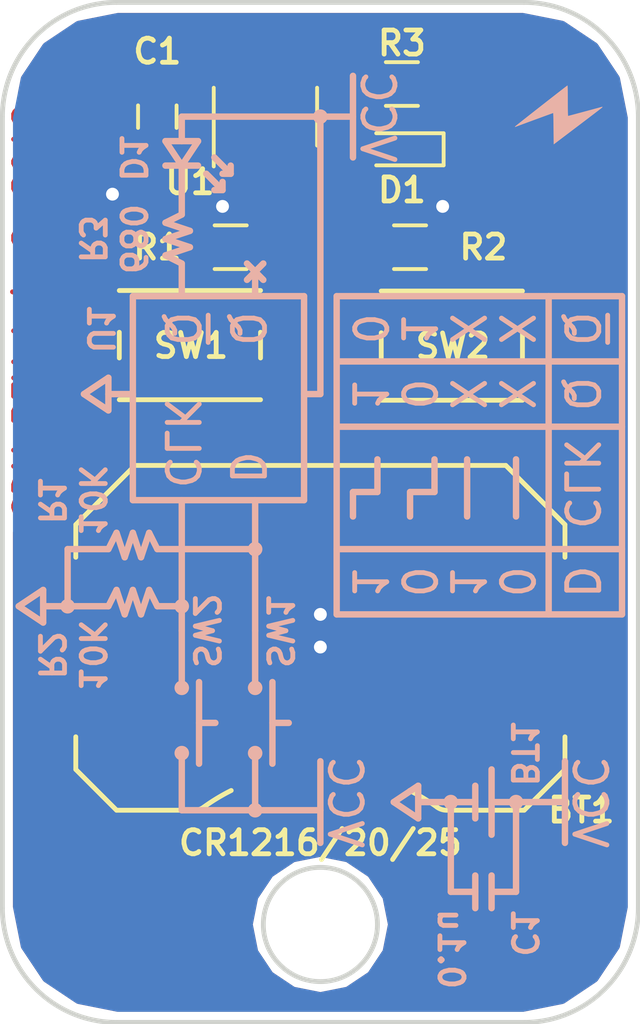
<source format=kicad_pcb>
(kicad_pcb (version 4) (host pcbnew 4.0.5+dfsg1-4)

  (general
    (links 25)
    (no_connects 0)
    (area 120.828999 81.331466 140.791001 115.137001)
    (thickness 1.6)
    (drawings 159)
    (tracks 42)
    (zones 0)
    (modules 15)
    (nets 7)
  )

  (page A4)
  (layers
    (0 F.Cu signal)
    (31 B.Cu signal)
    (32 B.Adhes user)
    (33 F.Adhes user)
    (34 B.Paste user)
    (35 F.Paste user)
    (36 B.SilkS user)
    (37 F.SilkS user)
    (38 B.Mask user)
    (39 F.Mask user)
    (40 Dwgs.User user)
    (41 Cmts.User user)
    (42 Eco1.User user)
    (43 Eco2.User user)
    (44 Edge.Cuts user)
    (45 Margin user)
    (46 B.CrtYd user)
    (47 F.CrtYd user)
    (48 B.Fab user hide)
    (49 F.Fab user hide)
  )

  (setup
    (last_trace_width 0.2032)
    (trace_clearance 0.2032)
    (zone_clearance 0.254)
    (zone_45_only no)
    (trace_min 0.2)
    (segment_width 0.2)
    (edge_width 0.15)
    (via_size 0.6)
    (via_drill 0.4)
    (via_min_size 0.4)
    (via_min_drill 0.3)
    (uvia_size 0.3)
    (uvia_drill 0.1)
    (uvias_allowed no)
    (uvia_min_size 0)
    (uvia_min_drill 0)
    (pcb_text_width 0.3)
    (pcb_text_size 1.5 1.5)
    (mod_edge_width 0.15)
    (mod_text_size 1 1)
    (mod_text_width 0.15)
    (pad_size 0.6 0.6)
    (pad_drill 0.4)
    (pad_to_mask_clearance 0.2)
    (aux_axis_origin 0 0)
    (visible_elements FFFFFF7F)
    (pcbplotparams
      (layerselection 0x00030_80000001)
      (usegerberextensions false)
      (excludeedgelayer true)
      (linewidth 0.100000)
      (plotframeref false)
      (viasonmask false)
      (mode 1)
      (useauxorigin false)
      (hpglpennumber 1)
      (hpglpenspeed 20)
      (hpglpendiameter 15)
      (hpglpenoverlay 2)
      (psnegative false)
      (psa4output false)
      (plotreference true)
      (plotvalue true)
      (plotinvisibletext false)
      (padsonsilk false)
      (subtractmaskfromsilk false)
      (outputformat 1)
      (mirror false)
      (drillshape 1)
      (scaleselection 1)
      (outputdirectory ""))
  )

  (net 0 "")
  (net 1 GND)
  (net 2 VCC)
  (net 3 "Net-(D1-Pad1)")
  (net 4 "Net-(R1-Pad1)")
  (net 5 "Net-(R2-Pad1)")
  (net 6 "Net-(R3-Pad2)")

  (net_class Default "This is the default net class."
    (clearance 0.2032)
    (trace_width 0.2032)
    (via_dia 0.6)
    (via_drill 0.4)
    (uvia_dia 0.3)
    (uvia_drill 0.1)
    (add_net GND)
    (add_net "Net-(D1-Pad1)")
    (add_net "Net-(R1-Pad1)")
    (add_net "Net-(R2-Pad1)")
    (add_net "Net-(R3-Pad2)")
    (add_net VCC)
  )

  (module "MOD:GND VIA" (layer F.Cu) (tedit 5ACAAA5F) (tstamp 5ACAAA9E)
    (at 130.81 101.092)
    (fp_text reference "" (at 0 0) (layer F.SilkS)
      (effects (font (thickness 0.15)))
    )
    (fp_text value "" (at 0 0) (layer F.SilkS)
      (effects (font (thickness 0.15)))
    )
    (pad 1 thru_hole circle (at 0 1.27) (size 0.6 0.6) (drill 0.4) (layers *.Cu)
      (net 1 GND) (zone_connect 2))
  )

  (module "MOD:GND VIA" (layer F.Cu) (tedit 5ACAAA5F) (tstamp 5ACAAA96)
    (at 130.81 102.108)
    (fp_text reference "" (at 0 0) (layer F.SilkS)
      (effects (font (thickness 0.15)))
    )
    (fp_text value "" (at 0 0) (layer F.SilkS)
      (effects (font (thickness 0.15)))
    )
    (pad 1 thru_hole circle (at 0 1.27) (size 0.6 0.6) (drill 0.4) (layers *.Cu)
      (net 1 GND) (zone_connect 2))
  )

  (module "MOD:GND VIA" (layer F.Cu) (tedit 5ACAAA5F) (tstamp 5ACAAA91)
    (at 134.62 88.392)
    (fp_text reference "" (at 0 0) (layer F.SilkS)
      (effects (font (thickness 0.15)))
    )
    (fp_text value "" (at 0 0) (layer F.SilkS)
      (effects (font (thickness 0.15)))
    )
    (pad 1 thru_hole circle (at 0 1.27) (size 0.6 0.6) (drill 0.4) (layers *.Cu)
      (net 1 GND) (zone_connect 2))
  )

  (module "MOD:GND VIA" (layer F.Cu) (tedit 5ACAAA5F) (tstamp 5ACAAA8D)
    (at 124.333 88.011)
    (fp_text reference "" (at 0 0) (layer F.SilkS)
      (effects (font (thickness 0.15)))
    )
    (fp_text value "" (at 0 0) (layer F.SilkS)
      (effects (font (thickness 0.15)))
    )
    (pad 1 thru_hole circle (at 0 1.27) (size 0.6 0.6) (drill 0.4) (layers *.Cu)
      (net 1 GND) (zone_connect 2))
  )

  (module MOD:BK-916 (layer F.Cu) (tedit 5ACAA4A2) (tstamp 5ACAA459)
    (at 130.81 93.218)
    (path /5ACAAC0C)
    (fp_text reference BT1 (at 8.128 15.24) (layer F.SilkS)
      (effects (font (size 0.75 0.75) (thickness 0.15)))
    )
    (fp_text value CR1225 (at 0 -0.5) (layer F.Fab)
      (effects (font (size 1 1) (thickness 0.15)))
    )
    (fp_line (start -7.62 6.35) (end -5.776783 4.506784) (layer F.SilkS) (width 0.15))
    (fp_line (start -5.776783 4.506784) (end 5.776784 4.506784) (layer F.SilkS) (width 0.15))
    (fp_line (start 7.62 6.35) (end 5.776784 4.506784) (layer F.SilkS) (width 0.15))
    (fp_line (start 7.62 13.97) (end 6.35 15.24) (layer F.SilkS) (width 0.15))
    (fp_arc (start 0 20.184371) (end 3.635017 15.144028) (angle -9.246394531) (layer F.SilkS) (width 0.15))
    (fp_line (start 6.35 15.24) (end 3.932165 15.24) (layer F.SilkS) (width 0.15))
    (fp_line (start -7.62 13.97) (end -6.35 15.24) (layer F.SilkS) (width 0.15))
    (fp_line (start -6.35 15.24) (end -3.932165 15.24) (layer F.SilkS) (width 0.15))
    (fp_line (start 7.62 6.35) (end 7.62 7.366) (layer F.SilkS) (width 0.15))
    (fp_line (start -7.62 6.35) (end -7.62 7.366) (layer F.SilkS) (width 0.15))
    (fp_arc (start 0 20.184371) (end -2.7779 14.625444) (angle -9.246394531) (layer F.SilkS) (width 0.15))
    (fp_line (start 7.62 12.954) (end 7.62 13.97) (layer F.SilkS) (width 0.15))
    (fp_line (start -7.62 12.954) (end -7.62 13.97) (layer F.SilkS) (width 0.15))
    (fp_arc (start -3.932165 14.732) (end -3.932165 15.24) (angle -35.79855733) (layer F.SilkS) (width 0.15))
    (fp_arc (start 3.932165 14.732) (end 3.635017 15.144028) (angle -35.79855733) (layer F.SilkS) (width 0.15))
    (pad 2 smd circle (at 0 10.16) (size 10.16 10.16) (layers F.Cu F.Paste F.Mask)
      (net 1 GND))
    (pad 1 smd rect (at 7.62 10.16) (size 2.54 5.08) (layers F.Cu F.Paste F.Mask)
      (net 2 VCC))
    (pad 1 smd rect (at -7.62 10.16) (size 2.54 5.08) (layers F.Cu F.Paste F.Mask)
      (net 2 VCC))
  )

  (module Capacitors_SMD:C_0603 (layer F.Cu) (tedit 5ACAA4CE) (tstamp 5ACAA45F)
    (at 125.73 86.868 90)
    (descr "Capacitor SMD 0603, reflow soldering, AVX (see smccp.pdf)")
    (tags "capacitor 0603")
    (path /5ACAA5A5)
    (attr smd)
    (fp_text reference C1 (at 2.032 0 180) (layer F.SilkS)
      (effects (font (size 0.75 0.75) (thickness 0.15)))
    )
    (fp_text value C (at 0 1.5 90) (layer F.Fab)
      (effects (font (size 1 1) (thickness 0.15)))
    )
    (fp_line (start 1.4 0.65) (end -1.4 0.65) (layer F.CrtYd) (width 0.05))
    (fp_line (start 1.4 0.65) (end 1.4 -0.65) (layer F.CrtYd) (width 0.05))
    (fp_line (start -1.4 -0.65) (end -1.4 0.65) (layer F.CrtYd) (width 0.05))
    (fp_line (start -1.4 -0.65) (end 1.4 -0.65) (layer F.CrtYd) (width 0.05))
    (fp_line (start 0.35 0.6) (end -0.35 0.6) (layer F.SilkS) (width 0.12))
    (fp_line (start -0.35 -0.6) (end 0.35 -0.6) (layer F.SilkS) (width 0.12))
    (fp_line (start -0.8 -0.4) (end 0.8 -0.4) (layer F.Fab) (width 0.1))
    (fp_line (start 0.8 -0.4) (end 0.8 0.4) (layer F.Fab) (width 0.1))
    (fp_line (start 0.8 0.4) (end -0.8 0.4) (layer F.Fab) (width 0.1))
    (fp_line (start -0.8 0.4) (end -0.8 -0.4) (layer F.Fab) (width 0.1))
    (fp_text user %R (at 0 0 90) (layer F.Fab)
      (effects (font (size 0.3 0.3) (thickness 0.075)))
    )
    (pad 2 smd rect (at 0.75 0 90) (size 0.8 0.75) (layers F.Cu F.Paste F.Mask)
      (net 2 VCC))
    (pad 1 smd rect (at -0.75 0 90) (size 0.8 0.75) (layers F.Cu F.Paste F.Mask)
      (net 1 GND))
    (model Capacitors_SMD.3dshapes/C_0603.wrl
      (at (xyz 0 0 0))
      (scale (xyz 1 1 1))
      (rotate (xyz 0 0 0))
    )
  )

  (module LEDs:LED_0603 (layer F.Cu) (tedit 5ACAA4DF) (tstamp 5ACAA465)
    (at 133.35 87.884 180)
    (descr "LED 0603 smd package")
    (tags "LED led 0603 SMD smd SMT smt smdled SMDLED smtled SMTLED")
    (path /5ACAA902)
    (attr smd)
    (fp_text reference D1 (at 0 -1.27 180) (layer F.SilkS)
      (effects (font (size 0.75 0.75) (thickness 0.15)))
    )
    (fp_text value LED (at 0 1.35 180) (layer F.Fab)
      (effects (font (size 1 1) (thickness 0.15)))
    )
    (fp_line (start -1.3 -0.5) (end -1.3 0.5) (layer F.SilkS) (width 0.12))
    (fp_line (start -0.2 -0.2) (end -0.2 0.2) (layer F.Fab) (width 0.1))
    (fp_line (start -0.15 0) (end 0.15 -0.2) (layer F.Fab) (width 0.1))
    (fp_line (start 0.15 0.2) (end -0.15 0) (layer F.Fab) (width 0.1))
    (fp_line (start 0.15 -0.2) (end 0.15 0.2) (layer F.Fab) (width 0.1))
    (fp_line (start 0.8 0.4) (end -0.8 0.4) (layer F.Fab) (width 0.1))
    (fp_line (start 0.8 -0.4) (end 0.8 0.4) (layer F.Fab) (width 0.1))
    (fp_line (start -0.8 -0.4) (end 0.8 -0.4) (layer F.Fab) (width 0.1))
    (fp_line (start -0.8 0.4) (end -0.8 -0.4) (layer F.Fab) (width 0.1))
    (fp_line (start -1.3 0.5) (end 0.8 0.5) (layer F.SilkS) (width 0.12))
    (fp_line (start -1.3 -0.5) (end 0.8 -0.5) (layer F.SilkS) (width 0.12))
    (fp_line (start 1.45 -0.65) (end 1.45 0.65) (layer F.CrtYd) (width 0.05))
    (fp_line (start 1.45 0.65) (end -1.45 0.65) (layer F.CrtYd) (width 0.05))
    (fp_line (start -1.45 0.65) (end -1.45 -0.65) (layer F.CrtYd) (width 0.05))
    (fp_line (start -1.45 -0.65) (end 1.45 -0.65) (layer F.CrtYd) (width 0.05))
    (pad 2 smd rect (at 0.8 0) (size 0.8 0.8) (layers F.Cu F.Paste F.Mask)
      (net 2 VCC))
    (pad 1 smd rect (at -0.8 0) (size 0.8 0.8) (layers F.Cu F.Paste F.Mask)
      (net 3 "Net-(D1-Pad1)"))
    (model ${KISYS3DMOD}/LEDs.3dshapes/LED_0603.wrl
      (at (xyz 0 0 0))
      (scale (xyz 1 1 1))
      (rotate (xyz 0 0 180))
    )
  )

  (module Resistors_SMD:R_0603 (layer F.Cu) (tedit 5ACAA4E9) (tstamp 5ACAA46B)
    (at 128.016 90.932 180)
    (descr "Resistor SMD 0603, reflow soldering, Vishay (see dcrcw.pdf)")
    (tags "resistor 0603")
    (path /5ACAA2EB)
    (attr smd)
    (fp_text reference R1 (at 2.286 0 180) (layer F.SilkS)
      (effects (font (size 0.75 0.75) (thickness 0.15)))
    )
    (fp_text value 10K (at 0 1.5 180) (layer F.Fab)
      (effects (font (size 1 1) (thickness 0.15)))
    )
    (fp_text user %R (at 0 0 180) (layer F.Fab)
      (effects (font (size 0.4 0.4) (thickness 0.075)))
    )
    (fp_line (start -0.8 0.4) (end -0.8 -0.4) (layer F.Fab) (width 0.1))
    (fp_line (start 0.8 0.4) (end -0.8 0.4) (layer F.Fab) (width 0.1))
    (fp_line (start 0.8 -0.4) (end 0.8 0.4) (layer F.Fab) (width 0.1))
    (fp_line (start -0.8 -0.4) (end 0.8 -0.4) (layer F.Fab) (width 0.1))
    (fp_line (start 0.5 0.68) (end -0.5 0.68) (layer F.SilkS) (width 0.12))
    (fp_line (start -0.5 -0.68) (end 0.5 -0.68) (layer F.SilkS) (width 0.12))
    (fp_line (start -1.25 -0.7) (end 1.25 -0.7) (layer F.CrtYd) (width 0.05))
    (fp_line (start -1.25 -0.7) (end -1.25 0.7) (layer F.CrtYd) (width 0.05))
    (fp_line (start 1.25 0.7) (end 1.25 -0.7) (layer F.CrtYd) (width 0.05))
    (fp_line (start 1.25 0.7) (end -1.25 0.7) (layer F.CrtYd) (width 0.05))
    (pad 1 smd rect (at -0.75 0 180) (size 0.5 0.9) (layers F.Cu F.Paste F.Mask)
      (net 4 "Net-(R1-Pad1)"))
    (pad 2 smd rect (at 0.75 0 180) (size 0.5 0.9) (layers F.Cu F.Paste F.Mask)
      (net 1 GND))
    (model ${KISYS3DMOD}/Resistors_SMD.3dshapes/R_0603.wrl
      (at (xyz 0 0 0))
      (scale (xyz 1 1 1))
      (rotate (xyz 0 0 0))
    )
  )

  (module Resistors_SMD:R_0603 (layer F.Cu) (tedit 5ACAA4C5) (tstamp 5ACAA471)
    (at 133.604 90.932)
    (descr "Resistor SMD 0603, reflow soldering, Vishay (see dcrcw.pdf)")
    (tags "resistor 0603")
    (path /5ACAA296)
    (attr smd)
    (fp_text reference R2 (at 2.286 0) (layer F.SilkS)
      (effects (font (size 0.75 0.75) (thickness 0.15)))
    )
    (fp_text value 10K (at 0 1.5) (layer F.Fab)
      (effects (font (size 1 1) (thickness 0.15)))
    )
    (fp_text user %R (at 0 0) (layer F.Fab)
      (effects (font (size 0.4 0.4) (thickness 0.075)))
    )
    (fp_line (start -0.8 0.4) (end -0.8 -0.4) (layer F.Fab) (width 0.1))
    (fp_line (start 0.8 0.4) (end -0.8 0.4) (layer F.Fab) (width 0.1))
    (fp_line (start 0.8 -0.4) (end 0.8 0.4) (layer F.Fab) (width 0.1))
    (fp_line (start -0.8 -0.4) (end 0.8 -0.4) (layer F.Fab) (width 0.1))
    (fp_line (start 0.5 0.68) (end -0.5 0.68) (layer F.SilkS) (width 0.12))
    (fp_line (start -0.5 -0.68) (end 0.5 -0.68) (layer F.SilkS) (width 0.12))
    (fp_line (start -1.25 -0.7) (end 1.25 -0.7) (layer F.CrtYd) (width 0.05))
    (fp_line (start -1.25 -0.7) (end -1.25 0.7) (layer F.CrtYd) (width 0.05))
    (fp_line (start 1.25 0.7) (end 1.25 -0.7) (layer F.CrtYd) (width 0.05))
    (fp_line (start 1.25 0.7) (end -1.25 0.7) (layer F.CrtYd) (width 0.05))
    (pad 1 smd rect (at -0.75 0) (size 0.5 0.9) (layers F.Cu F.Paste F.Mask)
      (net 5 "Net-(R2-Pad1)"))
    (pad 2 smd rect (at 0.75 0) (size 0.5 0.9) (layers F.Cu F.Paste F.Mask)
      (net 1 GND))
    (model ${KISYS3DMOD}/Resistors_SMD.3dshapes/R_0603.wrl
      (at (xyz 0 0 0))
      (scale (xyz 1 1 1))
      (rotate (xyz 0 0 0))
    )
  )

  (module Resistors_SMD:R_0603 (layer F.Cu) (tedit 5ACAA4D6) (tstamp 5ACAA477)
    (at 133.35 85.852 180)
    (descr "Resistor SMD 0603, reflow soldering, Vishay (see dcrcw.pdf)")
    (tags "resistor 0603")
    (path /5ACAA713)
    (attr smd)
    (fp_text reference R3 (at 0 1.27 180) (layer F.SilkS)
      (effects (font (size 0.75 0.75) (thickness 0.15)))
    )
    (fp_text value 680 (at 0 1.5 180) (layer F.Fab)
      (effects (font (size 1 1) (thickness 0.15)))
    )
    (fp_text user %R (at 0 0 180) (layer F.Fab)
      (effects (font (size 0.4 0.4) (thickness 0.075)))
    )
    (fp_line (start -0.8 0.4) (end -0.8 -0.4) (layer F.Fab) (width 0.1))
    (fp_line (start 0.8 0.4) (end -0.8 0.4) (layer F.Fab) (width 0.1))
    (fp_line (start 0.8 -0.4) (end 0.8 0.4) (layer F.Fab) (width 0.1))
    (fp_line (start -0.8 -0.4) (end 0.8 -0.4) (layer F.Fab) (width 0.1))
    (fp_line (start 0.5 0.68) (end -0.5 0.68) (layer F.SilkS) (width 0.12))
    (fp_line (start -0.5 -0.68) (end 0.5 -0.68) (layer F.SilkS) (width 0.12))
    (fp_line (start -1.25 -0.7) (end 1.25 -0.7) (layer F.CrtYd) (width 0.05))
    (fp_line (start -1.25 -0.7) (end -1.25 0.7) (layer F.CrtYd) (width 0.05))
    (fp_line (start 1.25 0.7) (end 1.25 -0.7) (layer F.CrtYd) (width 0.05))
    (fp_line (start 1.25 0.7) (end -1.25 0.7) (layer F.CrtYd) (width 0.05))
    (pad 1 smd rect (at -0.75 0 180) (size 0.5 0.9) (layers F.Cu F.Paste F.Mask)
      (net 3 "Net-(D1-Pad1)"))
    (pad 2 smd rect (at 0.75 0 180) (size 0.5 0.9) (layers F.Cu F.Paste F.Mask)
      (net 6 "Net-(R3-Pad2)"))
    (model ${KISYS3DMOD}/Resistors_SMD.3dshapes/R_0603.wrl
      (at (xyz 0 0 0))
      (scale (xyz 1 1 1))
      (rotate (xyz 0 0 0))
    )
  )

  (module "MOD:PTS810 SJK 250 SMTR LFS" (layer F.Cu) (tedit 5ACAA484) (tstamp 5ACAA47F)
    (at 126.746 93.98 180)
    (path /5ACAA3F8)
    (fp_text reference SW1 (at -0.032 -0.016 180) (layer F.SilkS)
      (effects (font (size 0.75 0.75) (thickness 0.15)))
    )
    (fp_text value Push_SW (at 0 -4 180) (layer F.Fab)
      (effects (font (size 1 1) (thickness 0.15)))
    )
    (fp_line (start 2.2 0.4) (end 2.2 -0.4) (layer F.SilkS) (width 0.15))
    (fp_line (start -2.2 -1.7) (end 2.2 -1.7) (layer F.SilkS) (width 0.15))
    (fp_line (start -2.2 0.4) (end -2.2 -0.4) (layer F.SilkS) (width 0.15))
    (fp_line (start -2.2 1.7) (end 2.2 1.7) (layer F.SilkS) (width 0.15))
    (pad 1 smd rect (at -2 -1 180) (size 1.05 0.65) (layers F.Cu F.Paste F.Mask)
      (net 2 VCC))
    (pad 1 smd rect (at 2 -1 180) (size 1.05 0.65) (layers F.Cu F.Paste F.Mask)
      (net 2 VCC))
    (pad 2 smd rect (at -2 1 180) (size 1.05 0.65) (layers F.Cu F.Paste F.Mask)
      (net 4 "Net-(R1-Pad1)"))
    (pad 2 smd rect (at 2 1 180) (size 1.05 0.65) (layers F.Cu F.Paste F.Mask)
      (net 4 "Net-(R1-Pad1)"))
  )

  (module "MOD:PTS810 SJK 250 SMTR LFS" (layer F.Cu) (tedit 5ACAA48E) (tstamp 5ACAA487)
    (at 134.906 93.996 180)
    (path /5ACAA461)
    (fp_text reference SW2 (at -0.032 -0.016 180) (layer F.SilkS)
      (effects (font (size 0.75 0.75) (thickness 0.15)))
    )
    (fp_text value Push_SW (at 0 -4 180) (layer F.Fab)
      (effects (font (size 1 1) (thickness 0.15)))
    )
    (fp_line (start 2.2 0.4) (end 2.2 -0.4) (layer F.SilkS) (width 0.15))
    (fp_line (start -2.2 -1.7) (end 2.2 -1.7) (layer F.SilkS) (width 0.15))
    (fp_line (start -2.2 0.4) (end -2.2 -0.4) (layer F.SilkS) (width 0.15))
    (fp_line (start -2.2 1.7) (end 2.2 1.7) (layer F.SilkS) (width 0.15))
    (pad 1 smd rect (at -2 -1 180) (size 1.05 0.65) (layers F.Cu F.Paste F.Mask)
      (net 2 VCC))
    (pad 1 smd rect (at 2 -1 180) (size 1.05 0.65) (layers F.Cu F.Paste F.Mask)
      (net 2 VCC))
    (pad 2 smd rect (at -2 1 180) (size 1.05 0.65) (layers F.Cu F.Paste F.Mask)
      (net 5 "Net-(R2-Pad1)"))
    (pad 2 smd rect (at 2 1 180) (size 1.05 0.65) (layers F.Cu F.Paste F.Mask)
      (net 5 "Net-(R2-Pad1)"))
  )

  (module TO_SOT_Packages_SMD:SOT-23-5 (layer F.Cu) (tedit 5ACAA4B1) (tstamp 5ACAA490)
    (at 129.098 86.868 90)
    (descr "5-pin SOT23 package")
    (tags SOT-23-5)
    (path /5ACAA216)
    (attr smd)
    (fp_text reference U1 (at -2.032 -2.352 180) (layer F.SilkS)
      (effects (font (size 0.75 0.75) (thickness 0.15)))
    )
    (fp_text value SN74AUP1G80 (at 0 2.9 90) (layer F.Fab)
      (effects (font (size 1 1) (thickness 0.15)))
    )
    (fp_text user %R (at 0 0 180) (layer F.Fab)
      (effects (font (size 0.5 0.5) (thickness 0.075)))
    )
    (fp_line (start -0.9 1.61) (end 0.9 1.61) (layer F.SilkS) (width 0.12))
    (fp_line (start 0.9 -1.61) (end -1.55 -1.61) (layer F.SilkS) (width 0.12))
    (fp_line (start -1.9 -1.8) (end 1.9 -1.8) (layer F.CrtYd) (width 0.05))
    (fp_line (start 1.9 -1.8) (end 1.9 1.8) (layer F.CrtYd) (width 0.05))
    (fp_line (start 1.9 1.8) (end -1.9 1.8) (layer F.CrtYd) (width 0.05))
    (fp_line (start -1.9 1.8) (end -1.9 -1.8) (layer F.CrtYd) (width 0.05))
    (fp_line (start -0.9 -0.9) (end -0.25 -1.55) (layer F.Fab) (width 0.1))
    (fp_line (start 0.9 -1.55) (end -0.25 -1.55) (layer F.Fab) (width 0.1))
    (fp_line (start -0.9 -0.9) (end -0.9 1.55) (layer F.Fab) (width 0.1))
    (fp_line (start 0.9 1.55) (end -0.9 1.55) (layer F.Fab) (width 0.1))
    (fp_line (start 0.9 -1.55) (end 0.9 1.55) (layer F.Fab) (width 0.1))
    (pad 1 smd rect (at -1.1 -0.95 90) (size 1.06 0.65) (layers F.Cu F.Paste F.Mask)
      (net 4 "Net-(R1-Pad1)"))
    (pad 2 smd rect (at -1.1 0 90) (size 1.06 0.65) (layers F.Cu F.Paste F.Mask)
      (net 5 "Net-(R2-Pad1)"))
    (pad 3 smd rect (at -1.1 0.95 90) (size 1.06 0.65) (layers F.Cu F.Paste F.Mask)
      (net 1 GND))
    (pad 4 smd rect (at 1.1 0.95 90) (size 1.06 0.65) (layers F.Cu F.Paste F.Mask)
      (net 6 "Net-(R3-Pad2)"))
    (pad 5 smd rect (at 1.1 -0.95 90) (size 1.06 0.65) (layers F.Cu F.Paste F.Mask)
      (net 2 VCC))
    (model ${KISYS3DMOD}/TO_SOT_Packages_SMD.3dshapes/SOT-23-5.wrl
      (at (xyz 0 0 0))
      (scale (xyz 1 1 1))
      (rotate (xyz 0 0 0))
    )
  )

  (module "MOD:GND VIA" (layer F.Cu) (tedit 5ACAAA5F) (tstamp 5ACAAA82)
    (at 127.762 88.392)
    (fp_text reference "" (at 0 0) (layer F.SilkS)
      (effects (font (thickness 0.15)))
    )
    (fp_text value "" (at 0 0) (layer F.SilkS)
      (effects (font (thickness 0.15)))
    )
    (pad 1 thru_hole circle (at 0 1.27) (size 0.6 0.6) (drill 0.4) (layers *.Cu)
      (net 1 GND) (zone_connect 2))
  )

  (module MOD:lightning (layer B.Cu) (tedit 0) (tstamp 5ACAB836)
    (at 138.176 86.868 270)
    (fp_text reference G*** (at 0 0 270) (layer B.SilkS) hide
      (effects (font (thickness 0.3)) (justify mirror))
    )
    (fp_text value LOGO (at 0.75 0 270) (layer B.SilkS) hide
      (effects (font (thickness 0.3)) (justify mirror))
    )
    (fp_poly (pts (xy 0.314354 1.28972) (xy 0.304217 1.261534) (xy 0.287787 1.218017) (xy 0.262911 1.15128)
      (xy 0.231172 1.065639) (xy 0.194152 0.965409) (xy 0.153436 0.854904) (xy 0.110605 0.738441)
      (xy 0.067244 0.620333) (xy 0.024936 0.504897) (xy -0.014736 0.396447) (xy -0.050189 0.299299)
      (xy -0.079839 0.217767) (xy -0.102104 0.156168) (xy -0.1154 0.118815) (xy -0.118533 0.109316)
      (xy -0.102305 0.107325) (xy -0.056437 0.105235) (xy 0.014844 0.103147) (xy 0.10731 0.101162)
      (xy 0.216736 0.099383) (xy 0.338895 0.09791) (xy 0.368591 0.097623) (xy 0.855716 0.093133)
      (xy 0.294305 -0.649173) (xy 0.188629 -0.788761) (xy 0.088696 -0.920499) (xy -0.003562 -1.041856)
      (xy -0.086213 -1.150304) (xy -0.157324 -1.243314) (xy -0.214964 -1.318356) (xy -0.2572 -1.372901)
      (xy -0.2821 -1.40442) (xy -0.287856 -1.411173) (xy -0.30193 -1.419999) (xy -0.299939 -1.401084)
      (xy -0.298786 -1.397) (xy -0.288287 -1.359649) (xy -0.271246 -1.297666) (xy -0.248936 -1.2158)
      (xy -0.222636 -1.118801) (xy -0.193622 -1.011418) (xy -0.163169 -0.8984) (xy -0.132555 -0.784498)
      (xy -0.103056 -0.674459) (xy -0.075947 -0.573034) (xy -0.052507 -0.484973) (xy -0.03401 -0.415023)
      (xy -0.021734 -0.367936) (xy -0.016954 -0.34846) (xy -0.016934 -0.348256) (xy -0.033153 -0.345773)
      (xy -0.078954 -0.343529) (xy -0.150053 -0.34161) (xy -0.242165 -0.340104) (xy -0.351007 -0.339096)
      (xy -0.472294 -0.338674) (xy -0.491067 -0.338666) (xy -0.613834 -0.338377) (xy -0.72479 -0.33756)
      (xy -0.819653 -0.336292) (xy -0.894136 -0.334649) (xy -0.943957 -0.332707) (xy -0.964831 -0.330544)
      (xy -0.9652 -0.330209) (xy -0.955097 -0.315927) (xy -0.926253 -0.27784) (xy -0.880867 -0.218757)
      (xy -0.821139 -0.141491) (xy -0.749266 -0.048852) (xy -0.667449 0.056347) (xy -0.577885 0.171296)
      (xy -0.482774 0.293183) (xy -0.384315 0.419197) (xy -0.284706 0.546527) (xy -0.186147 0.672361)
      (xy -0.090836 0.793888) (xy -0.000972 0.908298) (xy 0.081246 1.012777) (xy 0.153618 1.104516)
      (xy 0.213947 1.180702) (xy 0.260033 1.238525) (xy 0.289678 1.275174) (xy 0.299666 1.286933)
      (xy 0.31437 1.300123) (xy 0.314354 1.28972)) (layer B.SilkS) (width 0.01))
  )

  (gr_circle (center 126.492 104.648) (end 126.492 104.775) (layer B.SilkS) (width 0.2) (tstamp 5ACAB972))
  (gr_circle (center 128.778 104.648) (end 128.778 104.775) (layer B.SilkS) (width 0.2) (tstamp 5ACAB970))
  (gr_circle (center 126.492 106.68) (end 126.492 106.807) (layer B.SilkS) (width 0.2) (tstamp 5ACAB96F))
  (gr_circle (center 128.778 106.68) (end 128.778 106.807) (layer B.SilkS) (width 0.2) (tstamp 5ACAB96E))
  (gr_text "CDM REV A 4-8-2018" (at 121.666 92.964 90) (layer F.Cu)
    (effects (font (size 0.75 0.75) (thickness 0.15)))
  )
  (gr_text 0.1u (at 134.874 112.776 270) (layer B.SilkS) (tstamp 5ACAB6F8)
    (effects (font (size 0.75 0.75) (thickness 0.15)) (justify mirror))
  )
  (gr_text U1 (at 123.952 93.472 270) (layer B.SilkS) (tstamp 5ACAB697)
    (effects (font (size 0.75 0.75) (thickness 0.15)) (justify mirror))
  )
  (gr_circle (center 130.81 86.868) (end 130.81 86.995) (layer B.SilkS) (width 0.2) (tstamp 5ACAB694))
  (gr_line (start 130.81 95.504) (end 130.81 86.868) (layer B.SilkS) (width 0.2))
  (gr_line (start 130.302 95.504) (end 130.81 95.504) (layer B.SilkS) (width 0.2))
  (gr_text C1 (at 137.16 112.268 270) (layer B.SilkS) (tstamp 5ACAB52A)
    (effects (font (size 0.75 0.75) (thickness 0.15)) (justify mirror))
  )
  (gr_text BT1 (at 137.16 106.68 270) (layer B.SilkS) (tstamp 5ACAB51A)
    (effects (font (size 0.75 0.75) (thickness 0.15)) (justify mirror))
  )
  (gr_circle (center 134.874 108.204) (end 134.747001 108.204) (layer B.SilkS) (width 0.2) (tstamp 5ACAB4FF))
  (gr_circle (center 136.906 108.204) (end 136.779001 108.204) (layer B.SilkS) (width 0.2) (tstamp 5ACAB4F7))
  (gr_line (start 134.874 110.998) (end 134.874 108.204) (layer B.SilkS) (width 0.2))
  (gr_line (start 136.906 110.998) (end 136.906 108.204) (layer B.SilkS) (width 0.2))
  (gr_line (start 134.874 110.998) (end 135.636 110.998) (layer B.SilkS) (width 0.2) (tstamp 5ACAB4CE))
  (gr_line (start 136.144 110.998) (end 136.906 110.998) (layer B.SilkS) (width 0.2))
  (gr_line (start 135.636 110.490001) (end 135.636 111.506) (layer B.SilkS) (width 0.2))
  (gr_line (start 136.144 110.49) (end 136.144 111.506) (layer B.SilkS) (width 0.2))
  (gr_line (start 133.096 108.204001) (end 133.858 108.711999) (layer B.SilkS) (width 0.2) (tstamp 5ACAB49C))
  (gr_line (start 133.858 108.711999) (end 133.858 107.695999) (layer B.SilkS) (width 0.2) (tstamp 5ACAB49B))
  (gr_line (start 135.636001 108.204) (end 133.858 108.204) (layer B.SilkS) (width 0.2) (tstamp 5ACAB49A))
  (gr_line (start 133.858 107.695999) (end 133.096 108.204001) (layer B.SilkS) (width 0.2) (tstamp 5ACAB499))
  (gr_line (start 138.429999 109.474) (end 138.43 106.933999) (layer B.SilkS) (width 0.2) (tstamp 5ACAB48F))
  (gr_text VCC (at 139.192 108.204 270) (layer B.SilkS) (tstamp 5ACAB48E)
    (effects (font (size 1 1) (thickness 0.15)) (justify mirror))
  )
  (gr_line (start 136.144 108.204) (end 138.43 108.204) (layer B.SilkS) (width 0.2))
  (gr_line (start 135.636 107.696) (end 135.636 108.712) (layer B.SilkS) (width 0.2))
  (gr_line (start 136.144 107.188) (end 136.144 109.22) (layer B.SilkS) (width 0.2))
  (gr_line (start 124.206 96.012) (end 124.206 94.995999) (layer B.SilkS) (width 0.2) (tstamp 5ACAB427))
  (gr_line (start 124.968 95.504) (end 124.206 95.504001) (layer B.SilkS) (width 0.2) (tstamp 5ACAB426))
  (gr_line (start 123.444 95.504) (end 124.206 96.012) (layer B.SilkS) (width 0.2) (tstamp 5ACAB425))
  (gr_line (start 124.206 94.995999) (end 123.444 95.504) (layer B.SilkS) (width 0.2) (tstamp 5ACAB423))
  (gr_text D1 (at 124.968 88.138 270) (layer B.SilkS) (tstamp 5ACAB3E8)
    (effects (font (size 0.75 0.75) (thickness 0.15)) (justify mirror))
  )
  (gr_text R3 (at 123.698 90.678 270) (layer B.SilkS) (tstamp 5ACAB3DD)
    (effects (font (size 0.75 0.75) (thickness 0.15)) (justify mirror))
  )
  (gr_text R2 (at 122.428 103.632 270) (layer B.SilkS) (tstamp 5ACAB3A2)
    (effects (font (size 0.75 0.75) (thickness 0.15)) (justify mirror))
  )
  (gr_text R1 (at 122.428 98.806 270) (layer B.SilkS) (tstamp 5ACAB39C)
    (effects (font (size 0.75 0.75) (thickness 0.15)) (justify mirror))
  )
  (gr_text SW2 (at 127.254 102.87 270) (layer B.SilkS) (tstamp 5ACAB390)
    (effects (font (size 0.75 0.75) (thickness 0.15)) (justify mirror))
  )
  (gr_text SW1 (at 129.54 102.87 270) (layer B.SilkS) (tstamp 5ACAB389)
    (effects (font (size 0.75 0.75) (thickness 0.15)) (justify mirror))
  )
  (gr_text 10K (at 123.698 98.806 270) (layer B.SilkS) (tstamp 5ACAB379)
    (effects (font (size 0.75 0.75) (thickness 0.15)) (justify mirror))
  )
  (gr_text 10K (at 123.698 103.632 270) (layer B.SilkS) (tstamp 5ACAB375)
    (effects (font (size 0.75 0.75) (thickness 0.15)) (justify mirror))
  )
  (gr_text 680 (at 124.968 90.678 270) (layer B.SilkS) (tstamp 5ACAB36F)
    (effects (font (size 0.75 0.75) (thickness 0.15)) (justify mirror))
  )
  (gr_line (start 127.762 89.154) (end 127.508 89.154) (layer B.SilkS) (width 0.2))
  (gr_line (start 127.762 89.154) (end 127.762 88.9) (layer B.SilkS) (width 0.2))
  (gr_line (start 127.254 88.646) (end 127.762 89.154) (layer B.SilkS) (width 0.2))
  (gr_line (start 128.016 88.646) (end 127.762 88.646) (layer B.SilkS) (width 0.2))
  (gr_line (start 128.016 88.646) (end 128.016 88.392) (layer B.SilkS) (width 0.2))
  (gr_line (start 127.508 88.138) (end 128.016 88.646) (layer B.SilkS) (width 0.2))
  (gr_line (start 124.968 92.456) (end 130.302 92.456) (layer B.SilkS) (width 0.2))
  (gr_line (start 124.968 98.806) (end 130.302 98.806) (layer B.SilkS) (width 0.2))
  (gr_line (start 126.492 108.458) (end 128.778 108.458) (layer B.SilkS) (width 0.2))
  (gr_text X (at 135.382 93.471999 270) (layer B.SilkS) (tstamp 5ACAB187)
    (effects (font (size 1 1) (thickness 0.15)) (justify mirror))
  )
  (gr_text X (at 135.382 95.504 270) (layer B.SilkS) (tstamp 5ACAB185)
    (effects (font (size 1 1) (thickness 0.15)) (justify mirror))
  )
  (gr_text X (at 136.906 95.504 270) (layer B.SilkS) (tstamp 5ACAB182)
    (effects (font (size 1 1) (thickness 0.15)) (justify mirror))
  )
  (gr_text X (at 136.906 93.472 270) (layer B.SilkS) (tstamp 5ACAB180)
    (effects (font (size 1 1) (thickness 0.15)) (justify mirror))
  )
  (gr_line (start 131.318 102.362) (end 131.318 92.456) (layer B.SilkS) (width 0.2))
  (gr_text 0 (at 132.334 93.472 270) (layer B.SilkS) (tstamp 5ACAB142)
    (effects (font (size 1 1) (thickness 0.15)) (justify mirror))
  )
  (gr_text 0 (at 133.858 95.504 270) (layer B.SilkS) (tstamp 5ACAB141)
    (effects (font (size 1 1) (thickness 0.15)) (justify mirror))
  )
  (gr_text 1 (at 133.858 93.472 270) (layer B.SilkS) (tstamp 5ACAB139)
    (effects (font (size 1 1) (thickness 0.15)) (justify mirror))
  )
  (gr_text 1 (at 132.334 95.504 270) (layer B.SilkS) (tstamp 5ACAB135)
    (effects (font (size 1 1) (thickness 0.15)) (justify mirror))
  )
  (gr_line (start 136.906 97.536) (end 136.906 99.314) (layer B.SilkS) (width 0.2) (tstamp 5ACAB105))
  (gr_line (start 135.382 97.536) (end 135.382 99.314) (layer B.SilkS) (width 0.2))
  (gr_line (start 132.588 98.552) (end 132.588 97.536) (layer B.SilkS) (width 0.2) (tstamp 5ACAB0E3))
  (gr_line (start 131.826 98.552) (end 132.588 98.552) (layer B.SilkS) (width 0.2) (tstamp 5ACAB0E2))
  (gr_line (start 131.826 99.314) (end 131.826 98.552) (layer B.SilkS) (width 0.2) (tstamp 5ACAB0E1))
  (gr_line (start 134.366 98.552) (end 134.366 97.536) (layer B.SilkS) (width 0.2))
  (gr_line (start 133.604 98.552) (end 134.366 98.552) (layer B.SilkS) (width 0.2))
  (gr_line (start 133.604 99.314) (end 133.604 98.552) (layer B.SilkS) (width 0.2))
  (gr_text 1 (at 132.334 101.346 270) (layer B.SilkS) (tstamp 5ACAB0C8)
    (effects (font (size 1 1) (thickness 0.15)) (justify mirror))
  )
  (gr_text 0 (at 133.858 101.346 270) (layer B.SilkS) (tstamp 5ACAB0C3)
    (effects (font (size 1 1) (thickness 0.15)) (justify mirror))
  )
  (gr_line (start 137.922 102.362) (end 137.922 92.456) (layer B.SilkS) (width 0.2))
  (gr_text 1 (at 135.382 101.346 270) (layer B.SilkS) (tstamp 5ACAB093)
    (effects (font (size 1 1) (thickness 0.15)) (justify mirror))
  )
  (gr_text 0 (at 136.906 101.346 270) (layer B.SilkS) (tstamp 5ACAB08D)
    (effects (font (size 1 1) (thickness 0.15)) (justify mirror))
  )
  (gr_line (start 140.208 92.455999) (end 131.318 92.456) (layer B.SilkS) (width 0.2))
  (gr_line (start 140.208 94.487999) (end 131.318 94.488) (layer B.SilkS) (width 0.2))
  (gr_line (start 140.208 96.52) (end 131.318 96.52) (layer B.SilkS) (width 0.2))
  (gr_line (start 140.208 100.33) (end 131.318 100.33) (layer B.SilkS) (width 0.2))
  (gr_line (start 140.208 102.362) (end 131.318 102.362) (layer B.SilkS) (width 0.2))
  (gr_line (start 140.208 92.455999) (end 140.208 102.362) (layer B.SilkS) (width 0.2))
  (gr_text ~Q (at 138.938 93.472 270) (layer B.SilkS)
    (effects (font (size 1 1) (thickness 0.15)) (justify mirror))
  )
  (gr_text Q (at 138.938 95.504 270) (layer B.SilkS)
    (effects (font (size 1 1) (thickness 0.15)) (justify mirror))
  )
  (gr_text CLK (at 138.938 98.298 270) (layer B.SilkS)
    (effects (font (size 1 1) (thickness 0.15)) (justify mirror))
  )
  (gr_text D (at 138.938 101.346 270) (layer B.SilkS)
    (effects (font (size 1 1) (thickness 0.15)) (justify mirror))
  )
  (gr_line (start 131.826 88.138) (end 131.826 85.597999) (layer B.SilkS) (width 0.2) (tstamp 5ACAAF52))
  (gr_text VCC (at 132.588 86.868 270) (layer B.SilkS) (tstamp 5ACAAF51)
    (effects (font (size 1 1) (thickness 0.15)) (justify mirror))
  )
  (gr_line (start 126.492 86.868) (end 131.826 86.868) (layer B.SilkS) (width 0.2))
  (gr_line (start 126.492 87.63) (end 126.492 86.868) (layer B.SilkS) (width 0.2))
  (gr_line (start 125.984 88.392) (end 127 88.392) (layer B.SilkS) (width 0.2))
  (gr_line (start 127 87.63) (end 126.492 88.392) (layer B.SilkS) (width 0.2))
  (gr_line (start 125.984 87.63) (end 127 87.63) (layer B.SilkS) (width 0.2))
  (gr_line (start 126.492 88.392) (end 125.984 87.63) (layer B.SilkS) (width 0.2))
  (gr_line (start 126.492 89.916) (end 126.492 88.392) (layer B.SilkS) (width 0.2))
  (gr_line (start 126.492 92.456) (end 126.492 91.44) (layer B.SilkS) (width 0.2))
  (gr_line (start 126.746 90.932) (end 125.984 90.678) (layer B.SilkS) (width 0.2) (tstamp 5ACAAF19))
  (gr_line (start 125.984 91.186) (end 126.492 91.439999) (layer B.SilkS) (width 0.2) (tstamp 5ACAAF18))
  (gr_line (start 125.984 90.678) (end 126.745998 90.424) (layer B.SilkS) (width 0.2) (tstamp 5ACAAF17))
  (gr_line (start 126.745998 90.424) (end 125.984 90.17) (layer B.SilkS) (width 0.2) (tstamp 5ACAAF16))
  (gr_line (start 125.984 91.186) (end 126.746 90.932) (layer B.SilkS) (width 0.2) (tstamp 5ACAAF15))
  (gr_line (start 125.984 90.17) (end 126.492 89.916) (layer B.SilkS) (width 0.2) (tstamp 5ACAAF14))
  (gr_circle (center 122.936 102.108) (end 122.936 102.235) (layer B.SilkS) (width 0.2))
  (gr_line (start 121.412 102.108) (end 122.174 102.616) (layer B.SilkS) (width 0.2))
  (gr_line (start 122.174 101.599999) (end 121.412 102.108) (layer B.SilkS) (width 0.2))
  (gr_line (start 122.174 102.616) (end 122.174 101.599999) (layer B.SilkS) (width 0.2))
  (gr_line (start 122.936 102.108) (end 122.174 102.108001) (layer B.SilkS) (width 0.2))
  (gr_line (start 122.936 100.33) (end 122.936 102.108) (layer B.SilkS) (width 0.2))
  (gr_line (start 124.206 100.33) (end 122.936 100.33) (layer B.SilkS) (width 0.2))
  (gr_line (start 124.206 102.108001) (end 122.936 102.108) (layer B.SilkS) (width 0.2))
  (gr_circle (center 128.778 108.458) (end 128.778 108.331) (layer B.SilkS) (width 0.2))
  (gr_circle (center 128.778 100.33) (end 128.778 100.457) (layer B.SilkS) (width 0.2))
  (gr_circle (center 126.492 102.108) (end 126.492 102.235) (layer B.SilkS) (width 0.2))
  (gr_line (start 125.73 100.33) (end 128.778 100.33) (layer B.SilkS) (width 0.2))
  (gr_line (start 125.73 102.108) (end 126.492 102.108) (layer B.SilkS) (width 0.2))
  (gr_line (start 124.46 99.822) (end 124.206001 100.33) (layer B.SilkS) (width 0.2) (tstamp 5ACAAEA5))
  (gr_line (start 125.476 99.822) (end 125.729999 100.33) (layer B.SilkS) (width 0.2) (tstamp 5ACAAEA4))
  (gr_line (start 125.222 100.583999) (end 125.476 99.822) (layer B.SilkS) (width 0.2) (tstamp 5ACAAEA3))
  (gr_line (start 124.968 99.822) (end 125.222 100.583999) (layer B.SilkS) (width 0.2) (tstamp 5ACAAEA2))
  (gr_line (start 124.714 100.584) (end 124.968 99.822) (layer B.SilkS) (width 0.2) (tstamp 5ACAAEA1))
  (gr_line (start 124.46 99.822) (end 124.714 100.584) (layer B.SilkS) (width 0.2) (tstamp 5ACAAEA0))
  (gr_line (start 124.46 101.6) (end 124.206001 102.108) (layer B.SilkS) (width 0.2))
  (gr_line (start 125.476 101.6) (end 125.729999 102.108001) (layer B.SilkS) (width 0.2))
  (gr_line (start 125.222 102.362) (end 125.476 101.6) (layer B.SilkS) (width 0.2))
  (gr_line (start 124.968 101.6) (end 125.222 102.362) (layer B.SilkS) (width 0.2))
  (gr_line (start 124.714 102.362) (end 124.968 101.6) (layer B.SilkS) (width 0.2))
  (gr_line (start 124.46 101.6) (end 124.714 102.362) (layer B.SilkS) (width 0.2))
  (gr_line (start 130.81 109.474) (end 130.81 106.933999) (layer B.SilkS) (width 0.2))
  (gr_text VCC (at 131.572 108.204 270) (layer B.SilkS)
    (effects (font (size 1 1) (thickness 0.15)) (justify mirror))
  )
  (gr_line (start 128.778 108.458) (end 130.81 108.458) (layer B.SilkS) (width 0.2))
  (gr_line (start 128.778 98.806) (end 128.778 102.87) (layer B.SilkS) (width 0.2))
  (gr_line (start 126.492 102.87) (end 126.492 98.806) (layer B.SilkS) (width 0.2))
  (gr_line (start 127.03049 107.008868) (end 127.03049 104.468868) (layer B.SilkS) (width 0.2) (tstamp 5ACAADE8))
  (gr_line (start 128.778 104.648) (end 128.778 102.87) (layer B.SilkS) (width 0.2) (tstamp 5ACAADE7))
  (gr_line (start 127.03049 105.738868) (end 127.53849 105.738868) (layer B.SilkS) (width 0.2) (tstamp 5ACAADE6))
  (gr_line (start 128.778 108.458) (end 128.778 106.68) (layer B.SilkS) (width 0.2) (tstamp 5ACAADE5))
  (gr_line (start 129.31649 105.738868) (end 129.82449 105.738868) (layer B.SilkS) (width 0.2))
  (gr_line (start 129.31649 107.008868) (end 129.31649 104.468868) (layer B.SilkS) (width 0.2))
  (gr_line (start 126.492 104.648) (end 126.492 102.87) (layer B.SilkS) (width 0.2))
  (gr_line (start 126.492 108.458) (end 126.492 106.68) (layer B.SilkS) (width 0.2))
  (gr_line (start 129.032 91.44) (end 128.524 91.948) (layer B.SilkS) (width 0.2))
  (gr_line (start 128.524 91.44) (end 129.032 91.948) (layer B.SilkS) (width 0.2))
  (gr_line (start 128.778 92.456) (end 128.778 91.694) (layer B.SilkS) (width 0.2))
  (gr_line (start 130.302 98.806) (end 130.302 92.456) (layer B.SilkS) (width 0.2))
  (gr_line (start 124.968 92.456) (end 124.968 98.806) (layer B.SilkS) (width 0.2))
  (gr_text ~Q (at 126.492 93.472 270) (layer B.SilkS)
    (effects (font (size 1 1) (thickness 0.15)) (justify mirror))
  )
  (gr_text Q (at 128.523999 93.472 270) (layer B.SilkS)
    (effects (font (size 1 1) (thickness 0.15)) (justify mirror))
  )
  (gr_text CLK (at 126.492 97.028 270) (layer B.SilkS)
    (effects (font (size 1 1) (thickness 0.15)) (justify mirror))
  )
  (gr_text D (at 128.524 97.79 270) (layer B.SilkS)
    (effects (font (size 1 1) (thickness 0.15)) (justify mirror))
  )
  (gr_text CR1216/20/25 (at 130.81 109.474) (layer F.SilkS)
    (effects (font (size 0.75 0.75) (thickness 0.15)))
  )
  (gr_circle (center 130.81 112.014) (end 132.588 112.014) (layer Edge.Cuts) (width 0.15))
  (gr_line (start 137.16 83.312) (end 124.46 83.312) (layer Edge.Cuts) (width 0.15) (tstamp 5ACAA743))
  (gr_arc (start 137.16 86.867999) (end 137.16 83.312) (angle 90) (layer Edge.Cuts) (width 0.15) (tstamp 5ACAA742))
  (gr_arc (start 124.459999 86.868) (end 120.904 86.868) (angle 90) (layer Edge.Cuts) (width 0.15) (tstamp 5ACAA741))
  (gr_line (start 124.46 115.062) (end 137.16 115.062) (layer Edge.Cuts) (width 0.15))
  (gr_arc (start 124.46 111.506) (end 124.46 115.062) (angle 90) (layer Edge.Cuts) (width 0.15) (tstamp 5ACAA709))
  (gr_arc (start 137.16 111.506) (end 140.716 111.506) (angle 90) (layer Edge.Cuts) (width 0.15))
  (gr_line (start 140.716 86.868) (end 140.716 111.506) (layer Edge.Cuts) (width 0.15) (tstamp 5ACAA6C5))
  (gr_line (start 120.904 86.868) (end 120.904 111.506) (layer Edge.Cuts) (width 0.15))
  (gr_text Q (at 135.636 87.884) (layer F.Mask) (tstamp 5ACAA673)
    (effects (font (size 1 1) (thickness 0.25)))
  )
  (gr_text CLK (at 134.874 96.774) (layer F.Mask) (tstamp 5ACAA669)
    (effects (font (size 1 1) (thickness 0.25)))
  )
  (gr_text D (at 126.746 96.774) (layer F.Mask)
    (effects (font (size 1 1) (thickness 0.25)))
  )

  (segment (start 125.73 86.118) (end 125.1518 86.118) (width 0.2032) (layer F.Cu) (net 2))
  (segment (start 125.1518 86.118) (end 123.444 87.8258) (width 0.2032) (layer F.Cu) (net 2))
  (segment (start 123.444 87.8258) (end 123.444 93.98) (width 0.2032) (layer F.Cu) (net 2))
  (segment (start 123.444 93.98) (end 124.444 94.98) (width 0.2032) (layer F.Cu) (net 2))
  (segment (start 124.444 94.98) (end 124.746 94.98) (width 0.2032) (layer F.Cu) (net 2))
  (segment (start 128.5148 86.868) (end 130.9308 86.868) (width 0.2032) (layer F.Cu) (net 2))
  (segment (start 130.9308 86.868) (end 131.9468 87.884) (width 0.2032) (layer F.Cu) (net 2))
  (segment (start 131.9468 87.884) (end 132.55 87.884) (width 0.2032) (layer F.Cu) (net 2))
  (segment (start 128.148 85.768) (end 128.148 86.5012) (width 0.2032) (layer F.Cu) (net 2))
  (segment (start 128.148 86.5012) (end 128.5148 86.868) (width 0.2032) (layer F.Cu) (net 2))
  (segment (start 128.148 85.768) (end 126.08 85.768) (width 0.2032) (layer F.Cu) (net 2))
  (segment (start 126.08 85.768) (end 125.73 86.118) (width 0.2032) (layer F.Cu) (net 2))
  (segment (start 136.906 94.996) (end 137.106 94.996) (width 0.2032) (layer F.Cu) (net 2))
  (segment (start 138.43 96.32) (end 138.43 100.6348) (width 0.2032) (layer F.Cu) (net 2))
  (segment (start 137.106 94.996) (end 138.43 96.32) (width 0.2032) (layer F.Cu) (net 2))
  (segment (start 138.43 100.6348) (end 138.43 103.378) (width 0.2032) (layer F.Cu) (net 2))
  (segment (start 132.906 94.996) (end 136.906 94.996) (width 0.2032) (layer F.Cu) (net 2))
  (segment (start 128.746 94.98) (end 132.89 94.98) (width 0.2032) (layer F.Cu) (net 2))
  (segment (start 132.89 94.98) (end 132.906 94.996) (width 0.2032) (layer F.Cu) (net 2))
  (segment (start 124.746 94.98) (end 125.4742 94.98) (width 0.2032) (layer F.Cu) (net 2))
  (segment (start 125.4742 94.98) (end 128.746 94.98) (width 0.2032) (layer F.Cu) (net 2))
  (segment (start 123.19 103.378) (end 123.19 96.336) (width 0.2032) (layer F.Cu) (net 2))
  (segment (start 123.19 96.336) (end 124.546 94.98) (width 0.2032) (layer F.Cu) (net 2))
  (segment (start 124.546 94.98) (end 124.746 94.98) (width 0.2032) (layer F.Cu) (net 2))
  (segment (start 134.1 85.852) (end 134.1 87.834) (width 0.2032) (layer F.Cu) (net 3))
  (segment (start 134.1 87.834) (end 134.15 87.884) (width 0.2032) (layer F.Cu) (net 3))
  (segment (start 128.778 89.3312) (end 128.766 89.3432) (width 0.2032) (layer F.Cu) (net 4))
  (segment (start 128.766 89.3432) (end 128.766 90.932) (width 0.2032) (layer F.Cu) (net 4))
  (segment (start 128.148 87.968) (end 128.148 88.7012) (width 0.2032) (layer F.Cu) (net 4))
  (segment (start 128.148 88.7012) (end 128.778 89.3312) (width 0.2032) (layer F.Cu) (net 4))
  (segment (start 128.746 92.98) (end 128.746 90.952) (width 0.2032) (layer F.Cu) (net 4))
  (segment (start 128.746 90.952) (end 128.766 90.932) (width 0.2032) (layer F.Cu) (net 4))
  (segment (start 124.746 92.98) (end 128.746 92.98) (width 0.2032) (layer F.Cu) (net 4))
  (segment (start 132.906 92.996) (end 136.906 92.996) (width 0.2032) (layer F.Cu) (net 5))
  (segment (start 132.854 90.932) (end 132.854 92.944) (width 0.2032) (layer F.Cu) (net 5))
  (segment (start 132.854 92.944) (end 132.906 92.996) (width 0.2032) (layer F.Cu) (net 5))
  (segment (start 132.4008 90.932) (end 132.854 90.932) (width 0.2032) (layer F.Cu) (net 5))
  (segment (start 129.098 87.968) (end 129.098 88.7012) (width 0.2032) (layer F.Cu) (net 5))
  (segment (start 129.098 88.7012) (end 131.3288 90.932) (width 0.2032) (layer F.Cu) (net 5))
  (segment (start 131.3288 90.932) (end 132.4008 90.932) (width 0.2032) (layer F.Cu) (net 5))
  (segment (start 130.048 85.768) (end 132.516 85.768) (width 0.2032) (layer F.Cu) (net 6))
  (segment (start 132.516 85.768) (end 132.6 85.852) (width 0.2032) (layer F.Cu) (net 6))

  (zone (net 1) (net_name GND) (layer F.Cu) (tstamp 0) (hatch edge 0.508)
    (connect_pads (clearance 0.254))
    (min_thickness 0.254)
    (fill yes (arc_segments 16) (thermal_gap 0.254) (thermal_bridge_width 0.508))
    (polygon
      (pts
        (xy 120.904 83.312) (xy 140.716 83.312) (xy 140.716 115.062) (xy 120.904 115.062)
      )
    )
    (filled_polygon
      (pts
        (xy 138.3429 84.012227) (xy 139.345713 84.682286) (xy 140.015772 85.685099) (xy 140.26 86.912915) (xy 140.26 111.461089)
        (xy 140.015773 112.6889) (xy 139.345714 113.691714) (xy 138.3429 114.361773) (xy 137.115089 114.606) (xy 124.504911 114.606)
        (xy 123.2771 114.361773) (xy 122.274286 113.691714) (xy 121.604227 112.6889) (xy 121.469981 112.014) (xy 128.576 112.014)
        (xy 128.746053 112.868915) (xy 129.230323 113.593677) (xy 129.955085 114.077947) (xy 130.81 114.248) (xy 131.664915 114.077947)
        (xy 132.389677 113.593677) (xy 132.873947 112.868915) (xy 133.044 112.014) (xy 132.873947 111.159085) (xy 132.389677 110.434323)
        (xy 131.664915 109.950053) (xy 130.81 109.78) (xy 129.955085 109.950053) (xy 129.230323 110.434323) (xy 128.746053 111.159085)
        (xy 128.576 112.014) (xy 121.469981 112.014) (xy 121.36 111.461089) (xy 121.36 107.33657) (xy 127.031035 107.33657)
        (xy 127.640816 107.956073) (xy 129.634009 108.820382) (xy 131.806235 108.856138) (xy 133.826793 108.057897) (xy 133.979184 107.956073)
        (xy 134.588965 107.33657) (xy 130.81 103.557605) (xy 127.031035 107.33657) (xy 121.36 107.33657) (xy 121.36 99.809286)
        (xy 122.7074 99.809286) (xy 122.7074 100.449536) (xy 121.92 100.449536) (xy 121.77881 100.476103) (xy 121.649135 100.559546)
        (xy 121.562141 100.686866) (xy 121.531536 100.838) (xy 121.531536 105.918) (xy 121.558103 106.05919) (xy 121.641546 106.188865)
        (xy 121.768866 106.275859) (xy 121.92 106.306464) (xy 124.46 106.306464) (xy 124.60119 106.279897) (xy 124.730865 106.196454)
        (xy 124.817859 106.069134) (xy 124.848464 105.918) (xy 124.848464 104.374235) (xy 125.331862 104.374235) (xy 126.130103 106.394793)
        (xy 126.231927 106.547184) (xy 126.85143 107.156965) (xy 130.630395 103.378) (xy 130.989605 103.378) (xy 134.76857 107.156965)
        (xy 135.388073 106.547184) (xy 136.252382 104.553991) (xy 136.288138 102.381765) (xy 135.489897 100.361207) (xy 135.388073 100.208816)
        (xy 134.76857 99.599035) (xy 130.989605 103.378) (xy 130.630395 103.378) (xy 126.85143 99.599035) (xy 126.231927 100.208816)
        (xy 125.367618 102.202009) (xy 125.331862 104.374235) (xy 124.848464 104.374235) (xy 124.848464 100.838) (xy 124.821897 100.69681)
        (xy 124.738454 100.567135) (xy 124.611134 100.480141) (xy 124.46 100.449536) (xy 123.6726 100.449536) (xy 123.6726 99.41943)
        (xy 127.031035 99.41943) (xy 130.81 103.198395) (xy 134.588965 99.41943) (xy 133.979184 98.799927) (xy 131.985991 97.935618)
        (xy 129.813765 97.899862) (xy 127.793207 98.698103) (xy 127.640816 98.799927) (xy 127.031035 99.41943) (xy 123.6726 99.41943)
        (xy 123.6726 96.5359) (xy 124.515035 95.693464) (xy 125.271 95.693464) (xy 125.41219 95.666897) (xy 125.541865 95.583454)
        (xy 125.624441 95.4626) (xy 127.869662 95.4626) (xy 127.942546 95.575865) (xy 128.069866 95.662859) (xy 128.221 95.693464)
        (xy 129.271 95.693464) (xy 129.41219 95.666897) (xy 129.541865 95.583454) (xy 129.624441 95.4626) (xy 132.019367 95.4626)
        (xy 132.102546 95.591865) (xy 132.229866 95.678859) (xy 132.381 95.709464) (xy 133.431 95.709464) (xy 133.57219 95.682897)
        (xy 133.701865 95.599454) (xy 133.784441 95.4786) (xy 136.029662 95.4786) (xy 136.102546 95.591865) (xy 136.229866 95.678859)
        (xy 136.381 95.709464) (xy 137.136964 95.709464) (xy 137.9474 96.5199) (xy 137.9474 100.449536) (xy 137.16 100.449536)
        (xy 137.01881 100.476103) (xy 136.889135 100.559546) (xy 136.802141 100.686866) (xy 136.771536 100.838) (xy 136.771536 105.918)
        (xy 136.798103 106.05919) (xy 136.881546 106.188865) (xy 137.008866 106.275859) (xy 137.16 106.306464) (xy 139.7 106.306464)
        (xy 139.84119 106.279897) (xy 139.970865 106.196454) (xy 140.057859 106.069134) (xy 140.088464 105.918) (xy 140.088464 100.838)
        (xy 140.061897 100.69681) (xy 139.978454 100.567135) (xy 139.851134 100.480141) (xy 139.7 100.449536) (xy 138.9126 100.449536)
        (xy 138.9126 96.320005) (xy 138.912601 96.32) (xy 138.875864 96.135317) (xy 138.77125 95.97875) (xy 137.819464 95.026964)
        (xy 137.819464 94.671) (xy 137.792897 94.52981) (xy 137.709454 94.400135) (xy 137.582134 94.313141) (xy 137.431 94.282536)
        (xy 136.381 94.282536) (xy 136.23981 94.309103) (xy 136.110135 94.392546) (xy 136.027559 94.5134) (xy 133.782338 94.5134)
        (xy 133.709454 94.400135) (xy 133.582134 94.313141) (xy 133.431 94.282536) (xy 132.381 94.282536) (xy 132.23981 94.309103)
        (xy 132.110135 94.392546) (xy 132.038491 94.4974) (xy 129.622338 94.4974) (xy 129.549454 94.384135) (xy 129.422134 94.297141)
        (xy 129.271 94.266536) (xy 128.221 94.266536) (xy 128.07981 94.293103) (xy 127.950135 94.376546) (xy 127.867559 94.4974)
        (xy 125.622338 94.4974) (xy 125.549454 94.384135) (xy 125.422134 94.297141) (xy 125.271 94.266536) (xy 124.413035 94.266536)
        (xy 123.9266 93.7801) (xy 123.9266 93.551084) (xy 123.942546 93.575865) (xy 124.069866 93.662859) (xy 124.221 93.693464)
        (xy 125.271 93.693464) (xy 125.41219 93.666897) (xy 125.541865 93.583454) (xy 125.624441 93.4626) (xy 127.869662 93.4626)
        (xy 127.942546 93.575865) (xy 128.069866 93.662859) (xy 128.221 93.693464) (xy 129.271 93.693464) (xy 129.41219 93.666897)
        (xy 129.541865 93.583454) (xy 129.628859 93.456134) (xy 129.659464 93.305) (xy 129.659464 92.655) (xy 129.632897 92.51381)
        (xy 129.549454 92.384135) (xy 129.422134 92.297141) (xy 129.271 92.266536) (xy 129.2286 92.266536) (xy 129.2286 91.697946)
        (xy 129.286865 91.660454) (xy 129.373859 91.533134) (xy 129.404464 91.382) (xy 129.404464 90.482) (xy 129.377897 90.34081)
        (xy 129.294454 90.211135) (xy 129.2486 90.179804) (xy 129.2486 89.5343) (xy 130.987548 91.273247) (xy 130.98755 91.27325)
        (xy 131.144117 91.377864) (xy 131.3288 91.414601) (xy 131.328805 91.4146) (xy 132.22167 91.4146) (xy 132.242103 91.52319)
        (xy 132.325546 91.652865) (xy 132.3714 91.684196) (xy 132.3714 92.284342) (xy 132.23981 92.309103) (xy 132.110135 92.392546)
        (xy 132.023141 92.519866) (xy 131.992536 92.671) (xy 131.992536 93.321) (xy 132.019103 93.46219) (xy 132.102546 93.591865)
        (xy 132.229866 93.678859) (xy 132.381 93.709464) (xy 133.431 93.709464) (xy 133.57219 93.682897) (xy 133.701865 93.599454)
        (xy 133.784441 93.4786) (xy 136.029662 93.4786) (xy 136.102546 93.591865) (xy 136.229866 93.678859) (xy 136.381 93.709464)
        (xy 137.431 93.709464) (xy 137.57219 93.682897) (xy 137.701865 93.599454) (xy 137.788859 93.472134) (xy 137.819464 93.321)
        (xy 137.819464 92.671) (xy 137.792897 92.52981) (xy 137.709454 92.400135) (xy 137.582134 92.313141) (xy 137.431 92.282536)
        (xy 136.381 92.282536) (xy 136.23981 92.309103) (xy 136.110135 92.392546) (xy 136.027559 92.5134) (xy 133.782338 92.5134)
        (xy 133.709454 92.400135) (xy 133.582134 92.313141) (xy 133.431 92.282536) (xy 133.3366 92.282536) (xy 133.3366 91.685077)
        (xy 133.374865 91.660454) (xy 133.461859 91.533134) (xy 133.492464 91.382) (xy 133.492464 91.15425) (xy 133.723 91.15425)
        (xy 133.723 91.457785) (xy 133.781004 91.597819) (xy 133.88818 91.704996) (xy 134.028214 91.763) (xy 134.13375 91.763)
        (xy 134.229 91.66775) (xy 134.229 91.059) (xy 134.479 91.059) (xy 134.479 91.66775) (xy 134.57425 91.763)
        (xy 134.679786 91.763) (xy 134.81982 91.704996) (xy 134.926996 91.597819) (xy 134.985 91.457785) (xy 134.985 91.15425)
        (xy 134.88975 91.059) (xy 134.479 91.059) (xy 134.229 91.059) (xy 133.81825 91.059) (xy 133.723 91.15425)
        (xy 133.492464 91.15425) (xy 133.492464 90.482) (xy 133.478204 90.406215) (xy 133.723 90.406215) (xy 133.723 90.70975)
        (xy 133.81825 90.805) (xy 134.229 90.805) (xy 134.229 90.19625) (xy 134.479 90.19625) (xy 134.479 90.805)
        (xy 134.88975 90.805) (xy 134.985 90.70975) (xy 134.985 90.406215) (xy 134.926996 90.266181) (xy 134.81982 90.159004)
        (xy 134.679786 90.101) (xy 134.57425 90.101) (xy 134.479 90.19625) (xy 134.229 90.19625) (xy 134.13375 90.101)
        (xy 134.028214 90.101) (xy 133.88818 90.159004) (xy 133.781004 90.266181) (xy 133.723 90.406215) (xy 133.478204 90.406215)
        (xy 133.465897 90.34081) (xy 133.382454 90.211135) (xy 133.255134 90.124141) (xy 133.104 90.093536) (xy 132.604 90.093536)
        (xy 132.46281 90.120103) (xy 132.333135 90.203546) (xy 132.246141 90.330866) (xy 132.222138 90.4494) (xy 131.528699 90.4494)
        (xy 129.892025 88.812725) (xy 129.921 88.78375) (xy 129.921 88.095) (xy 130.175 88.095) (xy 130.175 88.78375)
        (xy 130.27025 88.879) (xy 130.448785 88.879) (xy 130.588819 88.820996) (xy 130.695996 88.71382) (xy 130.754 88.573786)
        (xy 130.754 88.19025) (xy 130.65875 88.095) (xy 130.175 88.095) (xy 129.921 88.095) (xy 129.901 88.095)
        (xy 129.901 87.841) (xy 129.921 87.841) (xy 129.921 87.821) (xy 130.175 87.821) (xy 130.175 87.841)
        (xy 130.65875 87.841) (xy 130.754 87.74575) (xy 130.754 87.3737) (xy 131.60555 88.22525) (xy 131.762117 88.329864)
        (xy 131.770479 88.331527) (xy 131.788103 88.42519) (xy 131.871546 88.554865) (xy 131.998866 88.641859) (xy 132.15 88.672464)
        (xy 132.95 88.672464) (xy 133.09119 88.645897) (xy 133.220865 88.562454) (xy 133.307859 88.435134) (xy 133.338464 88.284)
        (xy 133.338464 87.484) (xy 133.361536 87.484) (xy 133.361536 88.284) (xy 133.388103 88.42519) (xy 133.471546 88.554865)
        (xy 133.598866 88.641859) (xy 133.75 88.672464) (xy 134.55 88.672464) (xy 134.69119 88.645897) (xy 134.820865 88.562454)
        (xy 134.907859 88.435134) (xy 134.938464 88.284) (xy 134.938464 87.484) (xy 134.911897 87.34281) (xy 134.828454 87.213135)
        (xy 134.701134 87.126141) (xy 134.5826 87.102138) (xy 134.5826 86.605077) (xy 134.620865 86.580454) (xy 134.707859 86.453134)
        (xy 134.738464 86.302) (xy 134.738464 85.402) (xy 134.711897 85.26081) (xy 134.628454 85.131135) (xy 134.501134 85.044141)
        (xy 134.35 85.013536) (xy 133.85 85.013536) (xy 133.70881 85.040103) (xy 133.579135 85.123546) (xy 133.492141 85.250866)
        (xy 133.461536 85.402) (xy 133.461536 86.302) (xy 133.488103 86.44319) (xy 133.571546 86.572865) (xy 133.6174 86.604196)
        (xy 133.6174 87.120487) (xy 133.60881 87.122103) (xy 133.479135 87.205546) (xy 133.392141 87.332866) (xy 133.361536 87.484)
        (xy 133.338464 87.484) (xy 133.311897 87.34281) (xy 133.228454 87.213135) (xy 133.101134 87.126141) (xy 132.95 87.095536)
        (xy 132.15 87.095536) (xy 132.00881 87.122103) (xy 131.922769 87.177469) (xy 131.27205 86.52675) (xy 131.115483 86.422136)
        (xy 130.9308 86.3854) (xy 130.743765 86.3854) (xy 130.761464 86.298) (xy 130.761464 86.2506) (xy 131.961536 86.2506)
        (xy 131.961536 86.302) (xy 131.988103 86.44319) (xy 132.071546 86.572865) (xy 132.198866 86.659859) (xy 132.35 86.690464)
        (xy 132.85 86.690464) (xy 132.99119 86.663897) (xy 133.120865 86.580454) (xy 133.207859 86.453134) (xy 133.238464 86.302)
        (xy 133.238464 85.402) (xy 133.211897 85.26081) (xy 133.128454 85.131135) (xy 133.001134 85.044141) (xy 132.85 85.013536)
        (xy 132.35 85.013536) (xy 132.20881 85.040103) (xy 132.079135 85.123546) (xy 131.992141 85.250866) (xy 131.985148 85.2854)
        (xy 130.761464 85.2854) (xy 130.761464 85.238) (xy 130.734897 85.09681) (xy 130.651454 84.967135) (xy 130.524134 84.880141)
        (xy 130.373 84.849536) (xy 129.723 84.849536) (xy 129.58181 84.876103) (xy 129.452135 84.959546) (xy 129.365141 85.086866)
        (xy 129.334536 85.238) (xy 129.334536 86.298) (xy 129.350982 86.3854) (xy 128.843765 86.3854) (xy 128.861464 86.298)
        (xy 128.861464 85.238) (xy 128.834897 85.09681) (xy 128.751454 84.967135) (xy 128.624134 84.880141) (xy 128.473 84.849536)
        (xy 127.823 84.849536) (xy 127.68181 84.876103) (xy 127.552135 84.959546) (xy 127.465141 85.086866) (xy 127.434536 85.238)
        (xy 127.434536 85.2854) (xy 126.080005 85.2854) (xy 126.08 85.285399) (xy 125.895317 85.322136) (xy 125.884242 85.329536)
        (xy 125.355 85.329536) (xy 125.21381 85.356103) (xy 125.084135 85.439546) (xy 124.997141 85.566866) (xy 124.976189 85.670331)
        (xy 124.967117 85.672136) (xy 124.81055 85.77675) (xy 123.10275 87.48455) (xy 122.998136 87.641117) (xy 122.9614 87.8258)
        (xy 122.9614 93.98) (xy 122.998136 94.164683) (xy 123.10275 94.32125) (xy 123.812501 95.031) (xy 122.84875 95.99475)
        (xy 122.744136 96.151317) (xy 122.722 96.262601) (xy 122.722 86.118713) (xy 121.517976 86.118713) (xy 121.604227 85.6851)
        (xy 122.274286 84.682287) (xy 123.277099 84.012228) (xy 124.504915 83.768) (xy 137.115089 83.768)
      )
    )
    (filled_polygon
      (pts
        (xy 127.434536 86.298) (xy 127.461103 86.43919) (xy 127.544546 86.568865) (xy 127.671866 86.655859) (xy 127.697184 86.660986)
        (xy 127.702136 86.685883) (xy 127.80675 86.84245) (xy 128.013837 87.049536) (xy 127.823 87.049536) (xy 127.68181 87.076103)
        (xy 127.552135 87.159546) (xy 127.465141 87.286866) (xy 127.434536 87.438) (xy 127.434536 88.498) (xy 127.461103 88.63919)
        (xy 127.544546 88.768865) (xy 127.671866 88.855859) (xy 127.697184 88.860986) (xy 127.702136 88.885883) (xy 127.80675 89.04245)
        (xy 128.2834 89.519099) (xy 128.2834 90.178923) (xy 128.245135 90.203546) (xy 128.158141 90.330866) (xy 128.127536 90.482)
        (xy 128.127536 91.382) (xy 128.154103 91.52319) (xy 128.237546 91.652865) (xy 128.2634 91.67053) (xy 128.2634 92.266536)
        (xy 128.221 92.266536) (xy 128.07981 92.293103) (xy 127.950135 92.376546) (xy 127.867559 92.4974) (xy 125.622338 92.4974)
        (xy 125.549454 92.384135) (xy 125.422134 92.297141) (xy 125.271 92.266536) (xy 124.221 92.266536) (xy 124.07981 92.293103)
        (xy 123.950135 92.376546) (xy 123.9266 92.410991) (xy 123.9266 91.15425) (xy 126.635 91.15425) (xy 126.635 91.457785)
        (xy 126.693004 91.597819) (xy 126.80018 91.704996) (xy 126.940214 91.763) (xy 127.04575 91.763) (xy 127.141 91.66775)
        (xy 127.141 91.059) (xy 127.391 91.059) (xy 127.391 91.66775) (xy 127.48625 91.763) (xy 127.591786 91.763)
        (xy 127.73182 91.704996) (xy 127.838996 91.597819) (xy 127.897 91.457785) (xy 127.897 91.15425) (xy 127.80175 91.059)
        (xy 127.391 91.059) (xy 127.141 91.059) (xy 126.73025 91.059) (xy 126.635 91.15425) (xy 123.9266 91.15425)
        (xy 123.9266 90.406215) (xy 126.635 90.406215) (xy 126.635 90.70975) (xy 126.73025 90.805) (xy 127.141 90.805)
        (xy 127.141 90.19625) (xy 127.391 90.19625) (xy 127.391 90.805) (xy 127.80175 90.805) (xy 127.897 90.70975)
        (xy 127.897 90.406215) (xy 127.838996 90.266181) (xy 127.73182 90.159004) (xy 127.591786 90.101) (xy 127.48625 90.101)
        (xy 127.391 90.19625) (xy 127.141 90.19625) (xy 127.04575 90.101) (xy 126.940214 90.101) (xy 126.80018 90.159004)
        (xy 126.693004 90.266181) (xy 126.635 90.406215) (xy 123.9266 90.406215) (xy 123.9266 88.0257) (xy 124.11205 87.84025)
        (xy 124.974 87.84025) (xy 124.974 88.093786) (xy 125.032004 88.23382) (xy 125.139181 88.340996) (xy 125.279215 88.399)
        (xy 125.50775 88.399) (xy 125.603 88.30375) (xy 125.603 87.745) (xy 125.857 87.745) (xy 125.857 88.30375)
        (xy 125.95225 88.399) (xy 126.180785 88.399) (xy 126.320819 88.340996) (xy 126.427996 88.23382) (xy 126.486 88.093786)
        (xy 126.486 87.84025) (xy 126.39075 87.745) (xy 125.857 87.745) (xy 125.603 87.745) (xy 125.06925 87.745)
        (xy 124.974 87.84025) (xy 124.11205 87.84025) (xy 125.128165 86.824135) (xy 125.196897 86.871097) (xy 125.139181 86.895004)
        (xy 125.032004 87.00218) (xy 124.974 87.142214) (xy 124.974 87.39575) (xy 125.06925 87.491) (xy 125.603 87.491)
        (xy 125.603 87.471) (xy 125.857 87.471) (xy 125.857 87.491) (xy 126.39075 87.491) (xy 126.486 87.39575)
        (xy 126.486 87.142214) (xy 126.427996 87.00218) (xy 126.320819 86.895004) (xy 126.261133 86.870281) (xy 126.375865 86.796454)
        (xy 126.462859 86.669134) (xy 126.493464 86.518) (xy 126.493464 86.2506) (xy 127.434536 86.2506)
      )
    )
  )
  (zone (net 1) (net_name GND) (layer B.Cu) (tstamp 5ACAA878) (hatch edge 0.508)
    (connect_pads (clearance 0.254))
    (min_thickness 0.254)
    (fill yes (arc_segments 16) (thermal_gap 0.254) (thermal_bridge_width 0.508))
    (polygon
      (pts
        (xy 120.904 83.312) (xy 140.716 83.312) (xy 140.716 115.062) (xy 120.904 115.062)
      )
    )
    (filled_polygon
      (pts
        (xy 138.3429 84.012227) (xy 139.345713 84.682286) (xy 140.015772 85.685099) (xy 140.26 86.912915) (xy 140.26 111.461089)
        (xy 140.015773 112.6889) (xy 139.345714 113.691714) (xy 138.3429 114.361773) (xy 137.115089 114.606) (xy 124.504911 114.606)
        (xy 123.2771 114.361773) (xy 122.274286 113.691714) (xy 121.604227 112.6889) (xy 121.469981 112.014) (xy 128.576 112.014)
        (xy 128.746053 112.868915) (xy 129.230323 113.593677) (xy 129.955085 114.077947) (xy 130.81 114.248) (xy 131.664915 114.077947)
        (xy 132.389677 113.593677) (xy 132.873947 112.868915) (xy 133.044 112.014) (xy 132.873947 111.159085) (xy 132.389677 110.434323)
        (xy 131.664915 109.950053) (xy 130.81 109.78) (xy 129.955085 109.950053) (xy 129.230323 110.434323) (xy 128.746053 111.159085)
        (xy 128.576 112.014) (xy 121.469981 112.014) (xy 121.36 111.461089) (xy 121.36 86.912911) (xy 121.604227 85.6851)
        (xy 122.274286 84.682287) (xy 123.277099 84.012228) (xy 124.504915 83.768) (xy 137.115089 83.768)
      )
    )
  )
)

</source>
